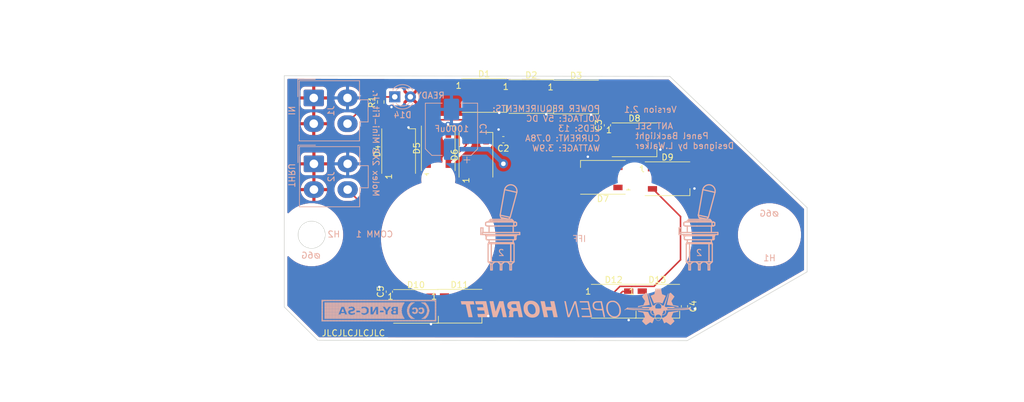
<source format=kicad_pcb>
(kicad_pcb (version 20211014) (generator pcbnew)
  (layers (0 "F.Cu" signal) (31 "B.Cu" signal) (34 "B.Paste" user) (35 "F.Paste" user) (36 "B.SilkS" user "B.Silkscreen") (37 "F.SilkS" user "F.Silkscreen") (38 "B.Mask" user) (39 "F.Mask" user) (44 "Edge.Cuts" user))
  (net 0 "")
  (net 1 "Net-(D1-Pad2)")
  (net 2 "Net-(D2-Pad2)")
  (net 3 "Net-(D3-Pad2)")
  (net 4 "Net-(D4-Pad2)")
  (net 5 "Net-(D5-Pad2)")
  (net 6 "Net-(D6-Pad2)")
  (net 7 "Net-(D7-Pad2)")
  (net 8 "Net-(D8-Pad2)")
  (net 9 "Net-(D10-Pad4)")
  (net 10 "Net-(D10-Pad2)")
  (net 11 "Net-(D11-Pad2)")
  (net 12 "Net-(D12-Pad2)")
  (net 13 "/LEDGND")
  (net 14 "/LED+5V")
  (net 15 "Net-(D14-Pad1)")
  (net 16 "/DATAIN")
  (net 17 "/DATAOUT")
  (footprint "OH_Footprints:LED_WS2812B_PLCC4_5.0x5.0mm_P3.2mm" (layer "F.Cu") (at 110.1732 41.5292)
    (fp_text reference "D1" (at 0 -3.5) (layer "F.SilkS"))
    (fp_text value "WS2812B")
    (fp_text user "1" (at -4.15 -1.6) (layer "F.SilkS"))
    (pad "1" smd rect (at -2.45 -1.65) (size 1.5 0.9) (layers "F.Cu" "F.Paste" "F.Mask") (net 14 "/LED+5V"))
    (pad "2" smd rect (at -2.45 1.65) (size 1.5 0.9) (layers "F.Cu" "F.Paste" "F.Mask") (net 1 "Net-(D1-Pad2)"))
    (pad "3" smd rect (at 2.45 1.65) (size 1.5 0.9) (layers "F.Cu" "F.Paste" "F.Mask") (net 13 "/LEDGND"))
    (pad "4" smd rect (at 2.45 -1.65) (size 1.5 0.9) (layers "F.Cu" "F.Paste" "F.Mask") (net 16 "/DATAIN"))
  )
  (footprint "OH_Footprints:LED_WS2812B_PLCC4_5.0x5.0mm_P3.2mm" (layer "F.Cu") (at 117.8562 41.7068)
    (fp_text reference "D2" (at 0 -3.5) (layer "F.SilkS"))
    (fp_text value "WS2812B")
    (fp_text user "1" (at -4.15 -1.6) (layer "F.SilkS"))
    (pad "1" smd rect (at -2.45 -1.65) (size 1.5 0.9) (layers "F.Cu" "F.Paste" "F.Mask") (net 14 "/LED+5V"))
    (pad "2" smd rect (at -2.45 1.65) (size 1.5 0.9) (layers "F.Cu" "F.Paste" "F.Mask") (net 2 "Net-(D2-Pad2)"))
    (pad "3" smd rect (at 2.45 1.65) (size 1.5 0.9) (layers "F.Cu" "F.Paste" "F.Mask") (net 13 "/LEDGND"))
    (pad "4" smd rect (at 2.45 -1.65) (size 1.5 0.9) (layers "F.Cu" "F.Paste" "F.Mask") (net 1 "Net-(D1-Pad2)"))
  )
  (footprint "OH_Footprints:LED_WS2812B_PLCC4_5.0x5.0mm_P3.2mm" (layer "F.Cu") (at 125.1592 41.7828)
    (fp_text reference "D3" (at 0 -3.5) (layer "F.SilkS"))
    (fp_text value "WS2812B")
    (fp_text user "1" (at -4.15 -1.6) (layer "F.SilkS"))
    (pad "1" smd rect (at -2.45 -1.65) (size 1.5 0.9) (layers "F.Cu" "F.Paste" "F.Mask") (net 14 "/LED+5V"))
    (pad "2" smd rect (at -2.45 1.65) (size 1.5 0.9) (layers "F.Cu" "F.Paste" "F.Mask") (net 3 "Net-(D3-Pad2)"))
    (pad "3" smd rect (at 2.45 1.65) (size 1.5 0.9) (layers "F.Cu" "F.Paste" "F.Mask") (net 13 "/LEDGND"))
    (pad "4" smd rect (at 2.45 -1.65) (size 1.5 0.9) (layers "F.Cu" "F.Paste" "F.Mask") (net 2 "Net-(D2-Pad2)"))
  )
  (footprint "OH_Footprints:LED_WS2812B_PLCC4_5.0x5.0mm_P3.2mm" (layer "F.Cu") (at 96.2408 50.6084 90)
    (fp_text reference "D4" (at 0 -3.5 90) (layer "F.SilkS"))
    (fp_text value "WS2812B")
    (fp_text user "1" (at -4.15 -1.6 90) (layer "F.SilkS"))
    (pad "1" smd rect (at -2.45 -1.65 90) (size 1.5 0.9) (layers "F.Cu" "F.Paste" "F.Mask") (net 14 "/LED+5V"))
    (pad "2" smd rect (at -2.45 1.65 90) (size 1.5 0.9) (layers "F.Cu" "F.Paste" "F.Mask") (net 4 "Net-(D4-Pad2)"))
    (pad "3" smd rect (at 2.45 1.65 90) (size 1.5 0.9) (layers "F.Cu" "F.Paste" "F.Mask") (net 13 "/LEDGND"))
    (pad "4" smd rect (at 2.45 -1.65 90) (size 1.5 0.9) (layers "F.Cu" "F.Paste" "F.Mask") (net 3 "Net-(D3-Pad2)"))
  )
  (footprint "OH_Footprints:LED_WS2812B_PLCC4_5.0x5.0mm_P3.2mm" (layer "F.Cu") (at 102.6922 50.1512 90)
    (fp_text reference "D5" (at 0 -3.5 90) (layer "F.SilkS"))
    (fp_text value "WS2812B")
    (fp_text user "1" (at -4.15 -1.6 90) (layer "F.SilkS"))
    (pad "1" smd rect (at -2.45 -1.65 90) (size 1.5 0.9) (layers "F.Cu" "F.Paste" "F.Mask") (net 14 "/LED+5V"))
    (pad "2" smd rect (at -2.45 1.65 90) (size 1.5 0.9) (layers "F.Cu" "F.Paste" "F.Mask") (net 5 "Net-(D5-Pad2)"))
    (pad "3" smd rect (at 2.45 1.65 90) (size 1.5 0.9) (layers "F.Cu" "F.Paste" "F.Mask") (net 13 "/LEDGND"))
    (pad "4" smd rect (at 2.45 -1.65 90) (size 1.5 0.9) (layers "F.Cu" "F.Paste" "F.Mask") (net 4 "Net-(D4-Pad2)"))
  )
  (footprint "OH_Footprints:LED_WS2812B_PLCC4_5.0x5.0mm_P3.2mm" (layer "F.Cu") (at 108.8392 51.218 90)
    (fp_text reference "D6" (at 0 -3.5 90) (layer "F.SilkS"))
    (fp_text value "WS2812B")
    (fp_text user "1" (at -4.15 -1.6 90) (layer "F.SilkS"))
    (pad "1" smd rect (at -2.45 -1.65 90) (size 1.5 0.9) (layers "F.Cu" "F.Paste" "F.Mask") (net 14 "/LED+5V"))
    (pad "2" smd rect (at -2.45 1.65 90) (size 1.5 0.9) (layers "F.Cu" "F.Paste" "F.Mask") (net 6 "Net-(D6-Pad2)"))
    (pad "3" smd rect (at 2.45 1.65 90) (size 1.5 0.9) (layers "F.Cu" "F.Paste" "F.Mask") (net 13 "/LEDGND"))
    (pad "4" smd rect (at 2.45 -1.65 90) (size 1.5 0.9) (layers "F.Cu" "F.Paste" "F.Mask") (net 5 "Net-(D5-Pad2)"))
  )
  (footprint "OH_Footprints:LED_WS2812B_PLCC4_5.0x5.0mm_P3.2mm" (layer "F.Cu") (at 129.5282 54.8892 180)
    (fp_text reference "D7" (at 0 -3.5 180) (layer "F.SilkS"))
    (fp_text value "WS2812B")
    (fp_text user "1" (at -4.15 -1.6 180) (layer "F.SilkS"))
    (pad "1" smd rect (at -2.45 -1.65 180) (size 1.5 0.9) (layers "F.Cu" "F.Paste" "F.Mask") (net 14 "/LED+5V"))
    (pad "2" smd rect (at -2.45 1.65 180) (size 1.5 0.9) (layers "F.Cu" "F.Paste" "F.Mask") (net 7 "Net-(D7-Pad2)"))
    (pad "3" smd rect (at 2.45 1.65 180) (size 1.5 0.9) (layers "F.Cu" "F.Paste" "F.Mask") (net 13 "/LEDGND"))
    (pad "4" smd rect (at 2.45 -1.65 180) (size 1.5 0.9) (layers "F.Cu" "F.Paste" "F.Mask") (net 6 "Net-(D6-Pad2)"))
  )
  (footprint "OH_Footprints:LED_WS2812B_PLCC4_5.0x5.0mm_P3.2mm" (layer "F.Cu") (at 134.6712 48.768)
    (fp_text reference "D8" (at 0 -3.5) (layer "F.SilkS"))
    (fp_text value "WS2812B")
    (fp_text user "1" (at -4.15 -1.6) (layer "F.SilkS"))
    (pad "1" smd rect (at -2.45 -1.65) (size 1.5 0.9) (layers "F.Cu" "F.Paste" "F.Mask") (net 14 "/LED+5V"))
    (pad "2" smd rect (at -2.45 1.65) (size 1.5 0.9) (layers "F.Cu" "F.Paste" "F.Mask") (net 8 "Net-(D8-Pad2)"))
    (pad "3" smd rect (at 2.45 1.65) (size 1.5 0.9) (layers "F.Cu" "F.Paste" "F.Mask") (net 13 "/LEDGND"))
    (pad "4" smd rect (at 2.45 -1.65) (size 1.5 0.9) (layers "F.Cu" "F.Paste" "F.Mask") (net 7 "Net-(D7-Pad2)"))
  )
  (footprint "OH_Footprints:LED_WS2812B_PLCC4_5.0x5.0mm_P3.2mm" (layer "F.Cu") (at 140.0552 55.118)
    (fp_text reference "D9" (at 0 -3.5) (layer "F.SilkS"))
    (fp_text value "WS2812B")
    (fp_text user "1" (at -4.15 -1.6) (layer "F.SilkS"))
    (pad "1" smd rect (at -2.45 -1.65) (size 1.5 0.9) (layers "F.Cu" "F.Paste" "F.Mask") (net 14 "/LED+5V"))
    (pad "2" smd rect (at -2.45 1.65) (size 1.5 0.9) (layers "F.Cu" "F.Paste" "F.Mask") (net 9 "Net-(D10-Pad4)"))
    (pad "3" smd rect (at 2.45 1.65) (size 1.5 0.9) (layers "F.Cu" "F.Paste" "F.Mask") (net 13 "/LEDGND"))
    (pad "4" smd rect (at 2.45 -1.65) (size 1.5 0.9) (layers "F.Cu" "F.Paste" "F.Mask") (net 8 "Net-(D8-Pad2)"))
  )
  (footprint "OH_Footprints:LED_WS2812B_PLCC4_5.0x5.0mm_P3.2mm" (layer "F.Cu") (at 99.0602 75.946)
    (fp_text reference "D10" (at 0 -3.5) (layer "F.SilkS"))
    (fp_text value "WS2812B")
    (fp_text user "1" (at -4.15 -1.6) (layer "F.SilkS"))
    (pad "1" smd rect (at -2.45 -1.65) (size 1.5 0.9) (layers "F.Cu" "F.Paste" "F.Mask") (net 14 "/LED+5V"))
    (pad "2" smd rect (at -2.45 1.65) (size 1.5 0.9) (layers "F.Cu" "F.Paste" "F.Mask") (net 10 "Net-(D10-Pad2)"))
    (pad "3" smd rect (at 2.45 1.65) (size 1.5 0.9) (layers "F.Cu" "F.Paste" "F.Mask") (net 13 "/LEDGND"))
    (pad "4" smd rect (at 2.45 -1.65) (size 1.5 0.9) (layers "F.Cu" "F.Paste" "F.Mask") (net 9 "Net-(D10-Pad4)"))
  )
  (footprint "OH_Footprints:LED_WS2812B_PLCC4_5.0x5.0mm_P3.2mm" (layer "F.Cu") (at 106.1602 75.9204)
    (fp_text reference "D11" (at 0 -3.5) (layer "F.SilkS"))
    (fp_text value "WS2812B")
    (fp_text user "1" (at -4.15 -1.6) (layer "F.SilkS"))
    (pad "1" smd rect (at -2.45 -1.65) (size 1.5 0.9) (layers "F.Cu" "F.Paste" "F.Mask") (net 14 "/LED+5V"))
    (pad "2" smd rect (at -2.45 1.65) (size 1.5 0.9) (layers "F.Cu" "F.Paste" "F.Mask") (net 11 "Net-(D11-Pad2)"))
    (pad "3" smd rect (at 2.45 1.65) (size 1.5 0.9) (layers "F.Cu" "F.Paste" "F.Mask") (net 13 "/LEDGND"))
    (pad "4" smd rect (at 2.45 -1.65) (size 1.5 0.9) (layers "F.Cu" "F.Paste" "F.Mask") (net 10 "Net-(D10-Pad2)"))
  )
  (footprint "OH_Footprints:LED_WS2812B_PLCC4_5.0x5.0mm_P3.2mm" (layer "F.Cu") (at 131.2792 75.1076)
    (fp_text reference "D12" (at 0 -3.5) (layer "F.SilkS"))
    (fp_text value "WS2812B")
    (fp_text user "1" (at -4.15 -1.6) (layer "F.SilkS"))
    (pad "1" smd rect (at -2.45 -1.65) (size 1.5 0.9) (layers "F.Cu" "F.Paste" "F.Mask") (net 14 "/LED+5V"))
    (pad "2" smd rect (at -2.45 1.65) (size 1.5 0.9) (layers "F.Cu" "F.Paste" "F.Mask") (net 12 "Net-(D12-Pad2)"))
    (pad "3" smd rect (at 2.45 1.65) (size 1.5 0.9) (layers "F.Cu" "F.Paste" "F.Mask") (net 13 "/LEDGND"))
    (pad "4" smd rect (at 2.45 -1.65) (size 1.5 0.9) (layers "F.Cu" "F.Paste" "F.Mask") (net 11 "Net-(D11-Pad2)"))
  )
  (footprint "OH_Footprints:LED_WS2812B_PLCC4_5.0x5.0mm_P3.2mm" (layer "F.Cu") (at 138.3912 75.1076)
    (fp_text reference "D13" (at 0 -3.5) (layer "F.SilkS"))
    (fp_text value "WS2812B")
    (fp_text user "1" (at -4.15 -1.6) (layer "F.SilkS"))
    (pad "1" smd rect (at -2.45 -1.65) (size 1.5 0.9) (layers "F.Cu" "F.Paste" "F.Mask") (net 14 "/LED+5V"))
    (pad "2" smd rect (at -2.45 1.65) (size 1.5 0.9) (layers "F.Cu" "F.Paste" "F.Mask") (net 17 "/DATAOUT"))
    (pad "3" smd rect (at 2.45 1.65) (size 1.5 0.9) (layers "F.Cu" "F.Paste" "F.Mask") (net 13 "/LEDGND"))
    (pad "4" smd rect (at 2.45 -1.65) (size 1.5 0.9) (layers "F.Cu" "F.Paste" "F.Mask") (net 12 "Net-(D12-Pad2)"))
  )
  (footprint "OH_Footprints:R_0603_1608Metric" (layer "F.Cu") (at 93.32722 42.5953 90)
    (fp_text reference "R1" (at 0 -1.43 90) (layer "F.SilkS"))
    (fp_text value "R")
    (pad "1" smd roundrect (at -0.825 0 90) (size 0.8 0.95) (layers "F.Cu" "F.Paste" "F.Mask") (net 13 "/LEDGND"))
    (pad "2" smd roundrect (at 0.825 0 90) (size 0.8 0.95) (layers "F.Cu" "F.Paste" "F.Mask") (net 15 "Net-(D14-Pad1)"))
  )
  (footprint "Kicad Footprint Files:100SpxToggle" (layer "F.Cu") (at 113.45 64.4)
    (fp_text reference "G1" hide)
    (fp_text value "LOGO" hide)
  )
  (footprint "Kicad Footprint Files:100SpxToggle" (layer "F.Cu") (at 145.75 64.4)
    (fp_text reference "G2" hide)
    (fp_text value "LOGO" hide)
  )
  (footprint "OH_Footprints:C_0603_1608Metric" (layer "F.Cu") (at 113.29924 48.74514 180)
    (fp_text reference "C2" (at 0 -1.43 180) (layer "F.SilkS"))
    (fp_text value "C")
    (pad "1" smd roundrect (at -0.775 0 180) (size 0.9 0.95) (layers "F.Cu" "F.Paste" "F.Mask") (net 14 "/LED+5V"))
    (pad "2" smd roundrect (at 0.775 0 180) (size 0.9 0.95) (layers "F.Cu" "F.Paste" "F.Mask") (net 13 "/LEDGND"))
  )
  (footprint "OH_Footprints:C_0603_1608Metric" (layer "F.Cu") (at 130.2639 46.39788 90)
    (fp_text reference "C3" (at 0 -1.43 90) (layer "F.SilkS"))
    (fp_text value "C")
    (pad "1" smd roundrect (at -0.775 0 90) (size 0.9 0.95) (layers "F.Cu" "F.Paste" "F.Mask") (net 14 "/LED+5V"))
    (pad "2" smd roundrect (at 0.775 0 90) (size 0.9 0.95) (layers "F.Cu" "F.Paste" "F.Mask") (net 13 "/LEDGND"))
  )
  (footprint "OH_Footprints:C_0603_1608Metric" (layer "F.Cu") (at 142.81658 75.92792 -90)
    (fp_text reference "C4" (at 0 -1.43 -90) (layer "F.SilkS"))
    (fp_text value "C")
    (pad "1" smd roundrect (at -0.775 0 270) (size 0.9 0.95) (layers "F.Cu" "F.Paste" "F.Mask") (net 14 "/LED+5V"))
    (pad "2" smd roundrect (at 0.775 0 270) (size 0.9 0.95) (layers "F.Cu" "F.Paste" "F.Mask") (net 13 "/LEDGND"))
  )
  (footprint "OH_Footprints:C_0603_1608Metric" (layer "F.Cu") (at 94.72422 73.54794 90)
    (fp_text reference "C5" (at 0 -1.43 90) (layer "F.SilkS"))
    (fp_text value "C")
    (pad "1" smd roundrect (at -0.775 0 90) (size 0.9 0.95) (layers "F.Cu" "F.Paste" "F.Mask") (net 14 "/LED+5V"))
    (pad "2" smd roundrect (at 0.775 0 90) (size 0.9 0.95) (layers "F.Cu" "F.Paste" "F.Mask") (net 13 "/LEDGND"))
  )
  (footprint "OH_Backlighting:100SPX_Toggle_13mm_x_18mm" (layer "F.Cu") (at 134.70207 64.763673 180)
    (fp_text reference "3" hide)
    (fp_text value "100SPX_Toggle_13mm_x_18mm" hide)
    (pad "" np_thru_hole circle locked (at 0 9.525 180) (size 3.572 3.572) (drill 3.572) (layers *.Cu *.Mask) (clearance 1))
    (pad "" np_thru_hole circle locked (at 0 0 180) (size 12.7 12.7) (drill 12.7) (layers *.Mask "F.Cu") (clearance 1))
    (pad "" np_thru_hole circle locked (at 0 0 180) (size 12.7 12.7) (drill 12.7) (layers *.Mask "B.Cu") (clearance 3))
  )
  (footprint "OH_Backlighting:100SPX_Toggle_13mm_x_18mm" (layer "F.Cu") (at 102.69807 64.763673 180)
    (fp_text reference "4" hide)
    (fp_text value "100SPX_Toggle_13mm_x_18mm" hide)
    (pad "" np_thru_hole circle locked (at 0 9.525 180) (size 3.572 3.572) (drill 3.572) (layers *.Cu *.Mask) (clearance 1))
    (pad "" np_thru_hole circle locked (at 0 0 180) (size 12.7 12.7) (drill 12.7) (layers *.Mask "B.Cu") (clearance 3))
    (pad "" np_thru_hole circle locked (at 0 0 180) (size 12.7 12.7) (drill 12.7) (layers *.Mask "F.Cu") (clearance 1))
  )
  (footprint "OH_Backlighting:OH_Panel_6-32_PHS" (layer "F.Cu") (at 156.67307 64.255673)
    (fp_text reference "2" hide)
    (fp_text value "OH_Panel_Fastner_Keepout" hide)
    (fp_text user "H1" (at 0 3.81) (layer "B.SilkS") (effects (justify mirror)))
    (fp_text user "⌀6G" (at 0.00429 -3.473473) (layer "B.SilkS") (effects (justify mirror)))
    (pad "" np_thru_hole circle locked (at 0 0) (size 4.3 4.3) (drill 4.3) (layers *.Cu *.Mask) (clearance 3))
  )
  (footprint "OH_Backlighting:OH_Panel_6-32_PHS" (layer "F.Cu") (at 82.06057 64.255673)
    (fp_text reference "1" hide)
    (fp_text value "OH_Panel_Fastner_Keepout" hide)
    (fp_text user "⌀6G" (at -0.07699 3.371827) (layer "B.SilkS") (effects (justify mirror)))
    (fp_text user "H2" (at 3.61363 -0.074953) (layer "B.SilkS") (effects (justify mirror)))
    (pad "" np_thru_hole circle locked (at 0 0) (size 4.3 4.3) (drill 4.3) (layers *.Cu *.Mask) (clearance 3))
  )
  (footprint "OH_Footprints:CP_Elec_8x10" (layer "B.Cu") (at 104.85 47.05 90)
    (fp_text reference "C1" (at 0 5.2 270) (layer "B.SilkS") (effects (justify mirror)))
    (fp_text value "C_Polarized")
    (pad "1" smd roundrect (at -3.25 0 90) (size 3.5 2.5) (layers "B.Cu" "B.Paste" "B.Mask") (roundrect_rratio 0.1) (net 14 "/LED+5V"))
    (pad "2" smd roundrect (at 3.25 0 90) (size 3.5 2.5) (layers "B.Cu" "B.Paste" "B.Mask") (roundrect_rratio 0.1) (net 13 "/LEDGND"))
  )
  (footprint "OH_Footprints:Molex_Mini-Fit_Jr_5566-04A_2x02_P4.20mm_Vertical" (layer "B.Cu") (at 82.40522 41.93794 -90)
    (fp_text reference "J1" (at 2.1 -2.820624 90) (layer "B.SilkS") (effects (justify mirror)))
    (fp_text value "Conn_01x04_Female")
    (pad "1" thru_hole roundrect (at 0 0 270) (size 2.7 3.3) (drill 1.4) (layers *.Cu *.Mask) (roundrect_rratio 0.09259296296) (net 14 "/LED+5V"))
    (pad "2" thru_hole oval (at 4.2 0 270) (size 2.7 3.3) (drill 1.4) (layers *.Cu *.Mask) (net 14 "/LED+5V"))
    (pad "3" thru_hole oval (at 0 -5.5 270) (size 2.7 3.3) (drill 1.4) (layers *.Cu *.Mask) (net 13 "/LEDGND"))
    (pad "4" thru_hole oval (at 4.2 -5.5 270) (size 2.7 3.3) (drill 1.4) (layers *.Cu *.Mask) (net 16 "/DATAIN"))
  )
  (footprint "OH_Footprints:Molex_Mini-Fit_Jr_5566-04A_2x02_P4.20mm_Vertical" (layer "B.Cu") (at 82.43062 52.68976 -90)
    (fp_text reference "J2" (at 2.1 -2.820624 90) (layer "B.SilkS") (effects (justify mirror)))
    (fp_text value "Conn_01x04_Female")
    (pad "1" thru_hole roundrect (at 0 0 270) (size 2.7 3.3) (drill 1.4) (layers *.Cu *.Mask) (roundrect_rratio 0.09259296296) (net 14 "/LED+5V"))
    (pad "2" thru_hole oval (at 4.2 0 270) (size 2.7 3.3) (drill 1.4) (layers *.Cu *.Mask) (net 14 "/LED+5V"))
    (pad "3" thru_hole oval (at 0 -5.5 270) (size 2.7 3.3) (drill 1.4) (layers *.Cu *.Mask) (net 13 "/LEDGND"))
    (pad "4" thru_hole oval (at 4.2 -5.5 270) (size 2.7 3.3) (drill 1.4) (layers *.Cu *.Mask) (net 17 "/DATAOUT"))
  )
  (footprint "OH_Footprints:LED_D3.0mm" (layer "B.Cu") (at 95.61 41.75)
    (fp_text reference "D14" (at 1.27 2.96 180) (layer "B.SilkS") (effects (justify mirror)))
    (fp_text value "LED")
    (pad "1" thru_hole rect (at 0 0) (size 1.8 1.8) (drill 0.9) (layers *.Cu *.Mask) (net 15 "Net-(D14-Pad1)"))
    (pad "2" thru_hole circle (at 2.54 0) (size 1.8 1.8) (drill 0.9) (layers *.Cu *.Mask) (net 14 "/LED+5V"))
  )
  (footprint "OH KiCAD_Libraries:OH_LOGO_37.7mm_5.9mm" (layer "B.Cu") (at 125.21438 76.02728 180)
    (fp_text reference "G3" hide)
    (fp_text value "LOGO" hide)
  )
  (footprint "OH_General:CC-NC-SA_18mm_x_3.5mm" (layer "B.Cu") (at 102.362 74.88682 180)
    (fp_text reference "CC-NC-SA_18mm_x_3.5mm" hide)
    (fp_text value "" (at 0 0) (layer "B.SilkS") (effects (font (size 1.27 1.27)) (justify mirror)))
  )
  (gr_line (start 77.6 38.3) (end 140.45 38.425) (layer "Edge.Cuts") (width 0.1))
  (gr_circle (center 82.06057 64.255673) (end 84.21322 64.255673) (layer "Edge.Cuts") (width 0.2) (fill none))
  (gr_line (start 143.256 81.534) (end 83.058 81.4832) (layer "Edge.Cuts") (width 0.1))
  (gr_line (start 162.814 59.8424) (end 162.814 70.3072) (layer "Edge.Cuts") (width 0.1))
  (gr_line (start 77.6 76.05) (end 77.6 38.3) (layer "Edge.Cuts") (width 0.1))
  (gr_line (start 83.058 81.4832) (end 77.6 76.05) (layer "Edge.Cuts") (width 0.1))
  (gr_line (start 162.814 70.3072) (end 143.256 81.534) (layer "Edge.Cuts") (width 0.1))
  (gr_line (start 140.45 38.425) (end 162.814 59.8424) (layer "Edge.Cuts") (width 0.1))
  (gr_text "IFF" (at 125.6792 64.9224) (layer "B.SilkS") (effects (font (size 1 1)) (justify mirror)))
  (gr_text "1000uF" (at 104.9 46.975) (layer "B.SilkS") (effects (font (size 1 1)) (justify mirror)))
  (gr_text "THRU" (at 78.77556 54.54396 270) (layer "B.SilkS") (effects (font (size 1 1)) (justify mirror)))
  (gr_text "READY" (at 101.425 41.525) (layer "B.SilkS") (effects (font (size 1 1)) (justify mirror)))
  (gr_text "POWER REQUIREMENTS:\nVOLTAGE: 5V DC\nLEDS: 13\nCURRENT: 0.78A\nWATTAGE: 3.9W" (at 129.159 46.9138) (layer "B.SilkS") (effects (font (size 1 1)) (justify left mirror)))
  (gr_text "Version 2.1" (at 137.25398 43.8277) (layer "B.SilkS") (effects (font (size 1 1)) (justify mirror)))
  (gr_text "2" (at 112.95 67.2) (layer "B.SilkS") (effects (font (size 1 1)) (justify mirror)))
  (gr_text "2" (at 145.2 67.2) (layer "B.SilkS") (effects (font (size 1 1)) (justify mirror)))
  (gr_text "COMM 1" (at 92.2909 64.1731) (layer "B.SilkS") (effects (font (size 1 1)) (justify mirror)))
  (gr_text "ANT SEL\nPanel Backlight\nDesigned by L.Walker" (at 134.747 48.133) (layer "B.SilkS") (effects (font (size 1 1)) (justify right mirror)))
  (gr_text "IN" (at 78.77556 44.00296 270) (layer "B.SilkS") (effects (font (size 1 1)) (justify mirror)))
  (gr_text "Molex 2X2 Mini-Fit Jr." (at 92.5195 49.3268 270) (layer "B.SilkS") (effects (font (size 1 1)) (justify mirror)))
  (gr_text "JLCJLCJLCJLC" (at 88.875 80.3) (layer "F.SilkS") (effects (font (size 1 1))))
  (segment (start 120.3062 40.1068) (end 117.96502 40.1068) (width 0.25) (layer "F.Cu") (net 1))
  (segment (start 117.96502 40.1068) (end 115.767621 42.304199) (width 0.25) (layer "F.Cu") (net 1))
  (segment (start 108.548201 42.304199) (end 107.7232 43.1292) (width 0.25) (layer "F.Cu") (net 1))
  (segment (start 115.767621 42.304199) (end 108.548201 42.304199) (width 0.25) (layer "F.Cu") (net 1))
  (segment (start 115.4062 43.3068) (end 116.231201 42.481799) (width 0.25) (layer "F.Cu") (net 2))
  (segment (start 126.784199 39.357799) (end 127.6092 40.1828) (width 0.25) (layer "F.Cu") (net 2))
  (segment (start 119.766203 42.481799) (end 121.634199 40.613803) (width 0.25) (layer "F.Cu") (net 2))
  (segment (start 121.634199 39.422799) (end 121.699199 39.357799) (width 0.25) (layer "F.Cu") (net 2))
  (segment (start 116.231201 42.481799) (end 119.766203 42.481799) (width 0.25) (layer "F.Cu") (net 2))
  (segment (start 121.699199 39.357799) (end 126.784199 39.357799) (width 0.25) (layer "F.Cu") (net 2))
  (segment (start 121.634199 40.613803) (end 121.634199 39.422799) (width 0.25) (layer "F.Cu") (net 2))
  (segment (start 120.594081 45.497919) (end 122.7092 43.3828) (width 0.25) (layer "F.Cu") (net 3))
  (segment (start 97.301281 45.497919) (end 120.594081 45.497919) (width 0.25) (layer "F.Cu") (net 3))
  (segment (start 94.6408 48.1584) (end 97.301281 45.497919) (width 0.25) (layer "F.Cu") (net 3))
  (segment (start 101.0922 49.807) (end 97.8408 53.0584) (width 0.25) (layer "F.Cu") (net 4))
  (segment (start 101.0922 47.7012) (end 101.0922 49.807) (width 0.25) (layer "F.Cu") (net 4))
  (segment (start 107.2392 49.6542) (end 104.2922 52.6012) (width 0.25) (layer "F.Cu") (net 5))
  (segment (start 107.2392 48.768) (end 107.2392 49.6542) (width 0.25) (layer "F.Cu") (net 5))
  (segment (start 113.2604 56.4892) (end 127.0782 56.4892) (width 0.25) (layer "F.Cu") (net 6))
  (segment (start 110.4392 53.668) (end 113.2604 56.4892) (width 0.25) (layer "F.Cu") (net 6))
  (segment (start 135.496201 49.542999) (end 131.211199 49.542999) (width 0.25) (layer "F.Cu") (net 7))
  (segment (start 131.146199 49.607999) (end 131.146199 52.457199) (width 0.25) (layer "F.Cu") (net 7))
  (segment (start 137.1212 47.918) (end 135.496201 49.542999) (width 0.25) (layer "F.Cu") (net 7))
  (segment (start 131.211199 49.542999) (end 131.146199 49.607999) (width 0.25) (layer "F.Cu") (net 7))
  (segment (start 131.146199 52.457199) (end 131.9782 53.2892) (width 0.25) (layer "F.Cu") (net 7))
  (segment (start 137.1212 47.168) (end 137.1212 47.918) (width 0.25) (layer "F.Cu") (net 7))
  (segment (start 141.680199 52.692999) (end 142.5052 53.518) (width 0.25) (layer "F.Cu") (net 8))
  (segment (start 135.286198 50.368) (end 137.611197 52.692999) (width 0.25) (layer "F.Cu") (net 8))
  (segment (start 132.2212 50.368) (end 135.286198 50.368) (width 0.25) (layer "F.Cu") (net 8))
  (segment (start 137.611197 52.692999) (end 141.680199 52.692999) (width 0.25) (layer "F.Cu") (net 8))
  (segment (start 130.175 74.8157) (end 132.308101 72.682599) (width 0.25) (layer "F.Cu") (net 9))
  (segment (start 107.600199 73.495399) (end 109.620201 73.495399) (width 0.25) (layer "F.Cu") (net 9))
  (segment (start 102.309601 75.145401) (end 105.950197 75.145401) (width 0.25) (layer "F.Cu") (net 9))
  (segment (start 105.950197 75.145401) (end 107.600199 73.495399) (width 0.25) (layer "F.Cu") (net 9))
  (segment (start 142.177071 68.351674) (end 142.177071 61.289871) (width 0.25) (layer "F.Cu") (net 9))
  (segment (start 142.177071 61.289871) (end 137.6052 56.718) (width 0.25) (layer "F.Cu") (net 9))
  (segment (start 110.940502 74.8157) (end 130.175 74.8157) (width 0.25) (layer "F.Cu") (net 9))
  (segment (start 101.5102 74.346) (end 102.309601 75.145401) (width 0.25) (layer "F.Cu") (net 9))
  (segment (start 132.308101 72.682599) (end 137.846146 72.682599) (width 0.25) (layer "F.Cu") (net 9))
  (segment (start 109.620201 73.495399) (end 110.940502 74.8157) (width 0.25) (layer "F.Cu") (net 9))
  (segment (start 137.846146 72.682599) (end 142.177071 68.351674) (width 0.25) (layer "F.Cu") (net 9))
  (segment (start 96.6102 77.546) (end 97.47614 76.68006) (width 0.25) (layer "F.Cu") (net 10))
  (segment (start 97.47614 76.68006) (end 106.25054 76.68006) (width 0.25) (layer "F.Cu") (net 10))
  (segment (start 106.25054 76.68006) (end 108.6102 74.3204) (width 0.25) (layer "F.Cu") (net 10))
  (segment (start 130.804211 75.432589) (end 114.127611 75.432589) (width 0.25) (layer "F.Cu") (net 11))
  (segment (start 114.127611 75.432589) (end 111.214799 78.345401) (width 0.25) (layer "F.Cu") (net 11))
  (segment (start 133.7292 73.5076) (end 132.7292 73.5076) (width 0.25) (layer "F.Cu") (net 11))
  (segment (start 111.214799 78.345401) (end 104.535201 78.345401) (width 0.25) (layer "F.Cu") (net 11))
  (segment (start 132.7292 73.5076) (end 130.804211 75.432589) (width 0.25) (layer "F.Cu") (net 11))
  (segment (start 104.535201 78.345401) (end 103.7102 77.5204) (width 0.25) (layer "F.Cu") (net 11))
  (segment (start 140.8412 74.2576) (end 136.192599 78.906201) (width 0.25) (layer "F.Cu") (net 12))
  (segment (start 131.027801 78.906201) (end 128.8292 76.7076) (width 0.25) (layer "F.Cu") (net 12))
  (segment (start 140.8412 73.5076) (end 140.8412 74.2576) (width 0.25) (layer "F.Cu") (net 12))
  (segment (start 136.192599 78.906201) (end 131.027801 78.906201) (width 0.25) (layer "F.Cu") (net 12))
  (segment (start 112.52424 47.08682) (end 112.52424 47.08682) (width 0.6) (layer "F.Cu") (net 13))
  (segment (start 112.6236 44.3611) (end 112.6232 44.3607) (width 0.6) (layer "F.Cu") (net 13))
  (segment (start 120.29186 44.6024) (end 120.3062 44.58806) (width 0.6) (layer "F.Cu") (net 13))
  (segment (start 127.58928 44.66336) (end 127.6092 44.64344) (width 0.6) (layer "F.Cu") (net 13))
  (segment (start 138.89736 50.36058) (end 138.88994 50.368) (width 0.6) (layer "F.Cu") (net 13))
  (segment (start 144.44726 56.71566) (end 144.44492 56.718) (width 0.6) (layer "F.Cu") (net 13))
  (segment (start 133.72846 78.1812) (end 133.7292 78.18046) (width 0.6) (layer "F.Cu") (net 13))
  (segment (start 110.83798 77.51826) (end 110.83584 77.5204) (width 0.6) (layer "F.Cu") (net 13))
  (segment (start 101.5102 78.8425) (end 101.5102 78.8425) (width 0.6) (layer "F.Cu") (net 13))
  (segment (start 93.0783 72.771) (end 93.08024 72.77294) (width 0.6) (layer "F.Cu") (net 13))
  (segment (start 97.8408 46.74362) (end 97.8408 46.74362) (width 0.6) (layer "F.Cu") (net 13))
  (segment (start 104.29494 46.22292) (end 104.2922 46.22566) (width 0.6) (layer "F.Cu") (net 13))
  (segment (start 127.07366 51.53152) (end 127.0782 51.53606) (width 0.6) (layer "F.Cu") (net 13))
  (segment (start 95.07474 43.42638) (end 95.06866 43.4203) (width 0.6) (layer "F.Cu") (net 13))
  (segment (start 133.7292 76.7076) (end 133.72846 78.1812) (width 0.6) (layer "F.Cu") (net 13))
  (segment (start 128.5488 45.62288) (end 127.58928 44.66336) (width 0.6) (layer "F.Cu") (net 13))
  (segment (start 120.3062 43.3068) (end 120.29186 44.6024) (width 0.6) (layer "F.Cu") (net 13))
  (segment (start 93.32722 43.4203) (end 95.07474 43.42638) (width 0.6) (layer "F.Cu") (net 13))
  (segment (start 104.2922 47.7012) (end 104.29494 46.22292) (width 0.6) (layer "F.Cu") (net 13))
  (segment (start 94.72422 72.77294) (end 93.0783 72.771) (width 0.6) (layer "F.Cu") (net 13))
  (segment (start 101.5102 77.546) (end 101.5102 78.8425) (width 0.6) (layer "F.Cu") (net 13))
  (segment (start 142.81658 76.70292) (end 144.50568 76.34478) (width 0.6) (layer "F.Cu") (net 13))
  (segment (start 127.6092 43.3828) (end 127.58928 44.66336) (width 0.6) (layer "F.Cu") (net 13))
  (segment (start 108.6102 77.5204) (end 110.83798 77.51826) (width 0.6) (layer "F.Cu") (net 13))
  (segment (start 112.52424 48.74514) (end 112.52424 47.08682) (width 0.6) (layer "F.Cu") (net 13))
  (segment (start 127.0782 53.2892) (end 127.07366 51.53152) (width 0.6) (layer "F.Cu") (net 13))
  (segment (start 142.5052 56.718) (end 144.44726 56.71566) (width 0.6) (layer "F.Cu") (net 13))
  (segment (start 112.6232 43.1292) (end 112.6236 44.3611) (width 0.6) (layer "F.Cu") (net 13))
  (segment (start 137.1212 50.368) (end 138.89736 50.36058) (width 0.6) (layer "F.Cu") (net 13))
  (segment (start 130.2639 45.62288) (end 128.5488 45.62288) (width 0.6) (layer "F.Cu") (net 13))
  (segment (start 140.8412 76.7076) (end 142.8119 76.7076) (width 0.6) (layer "F.Cu") (net 13))
  (segment (start 112.50138 48.768) (end 112.52424 48.74514) (width 0.6) (layer "F.Cu") (net 13))
  (segment (start 110.4392 48.768) (end 112.50138 48.768) (width 0.6) (layer "F.Cu") (net 13))
  (segment (start 97.8408 48.1584) (end 97.8408 46.74362) (width 0.6) (layer "F.Cu") (net 13))
  (segment (start 142.8119 76.7076) (end 142.81658 76.70292) (width 0.6) (layer "F.Cu") (net 13))
  (via (at 95.07474 43.42638) (size 0.8) (drill 0.4) (layers "F.Cu" "B.Cu") (net 13))
  (via (at 138.89736 50.36058) (size 0.8) (drill 0.4) (layers "F.Cu" "B.Cu") (net 13))
  (via (at 104.29494 46.22292) (size 0.8) (drill 0.4) (layers "F.Cu" "B.Cu") (net 13))
  (via (at 127.58928 44.66336) (size 0.8) (drill 0.4) (layers "F.Cu" "B.Cu") (net 13))
  (via (at 127.07366 51.53152) (size 0.8) (drill 0.4) (layers "F.Cu" "B.Cu") (net 13))
  (via (at 144.44726 56.71566) (size 0.8) (drill 0.4) (layers "F.Cu" "B.Cu") (net 13))
  (via (at 133.72846 78.1812) (size 0.8) (drill 0.4) (layers "F.Cu" "B.Cu") (net 13))
  (via (at 97.8408 46.74362) (size 0.8) (drill 0.4) (layers "F.Cu" "B.Cu") (net 13))
  (via (at 93.0783 72.771) (size 0.8) (drill 0.4) (layers "F.Cu" "B.Cu") (net 13))
  (via (at 120.29186 44.6024) (size 0.8) (drill 0.4) (layers "F.Cu" "B.Cu") (net 13))
  (via (at 112.6236 44.3611) (size 0.8) (drill 0.4) (layers "F.Cu" "B.Cu") (net 13))
  (via (at 112.52424 47.08682) (size 0.8) (drill 0.4) (layers "F.Cu" "B.Cu") (net 13))
  (via (at 144.50568 76.34478) (size 0.8) (drill 0.4) (layers "F.Cu" "B.Cu") (net 13))
  (via (at 101.5102 78.8425) (size 0.8) (drill 0.4) (layers "F.Cu" "B.Cu") (net 13))
  (via (at 110.83798 77.51826) (size 0.8) (drill 0.4) (layers "F.Cu" "B.Cu") (net 13))
  (via (at 113.3094 52.67706) (size 1.5) (drill 0.75) (layers "F.Cu" "B.Cu") (net 14))
  (segment (start 113.3094 52.67706) (end 113.3094 52.67706) (width 0.75) (layer "B.Cu") (net 14))
  (segment (start 104.85 50.3) (end 104.85 50.91056) (width 0.75) (layer "B.Cu") (net 14))
  (segment (start 110.93234 50.3) (end 113.3094 52.67706) (width 0.75) (layer "B.Cu") (net 14))
  (segment (start 104.85 50.3) (end 110.93234 50.3) (width 0.75) (layer "B.Cu") (net 14))
  (segment (start 93.32722 41.7703) (end 95.5897 41.7703) (width 0.25) (layer "F.Cu") (net 15))
  (segment (start 95.5897 41.7703) (end 95.61 41.75) (width 0.25) (layer "F.Cu") (net 15))
  (segment (start 110.798199 39.104199) (end 94.775843 39.104199) (width 0.25) (layer "F.Cu") (net 16))
  (segment (start 87.95094 45.929102) (end 87.95094 47.0625) (width 0.25) (layer "F.Cu") (net 16))
  (segment (start 94.775843 39.104199) (end 87.90522 45.974822) (width 0.25) (layer "F.Cu") (net 16))
  (segment (start 111.6232 39.9292) (end 110.798199 39.104199) (width 0.25) (layer "F.Cu") (net 16))
  (segment (start 112.6232 39.9292) (end 111.6232 39.9292) (width 0.25) (layer "F.Cu") (net 16))
  (segment (start 87.90522 45.974822) (end 87.90522 46.13794) (width 0.25) (layer "F.Cu") (net 16))
  (segment (start 127.819199 75.882599) (end 123.602898 80.0989) (width 0.25) (layer "F.Cu") (net 17))
  (segment (start 123.602898 80.0989) (end 91.11742 80.0989) (width 0.25) (layer "F.Cu") (net 17))
  (segment (start 134.739201 75.882599) (end 127.819199 75.882599) (width 0.25) (layer "F.Cu") (net 17))
  (segment (start 91.11742 80.0989) (end 91.11742 60.07656) (width 0.25) (layer "F.Cu") (net 17))
  (segment (start 135.9412 76.7076) (end 135.9412 77.084598) (width 0.25) (layer "F.Cu") (net 17))
  (segment (start 135.9412 77.084598) (end 134.739201 75.882599) (width 0.25) (layer "F.Cu") (net 17))
  (segment (start 91.11742 60.07656) (end 87.93062 56.88976) (width 0.25) (layer "F.Cu") (net 17))
  (zone (net 14) (net_name "/LED+5V") (layer "F.Cu") (connect_pads (clearance 0.508)) (min_thickness 0.254) (fill yes (thermal_gap 0.508) (thermal_bridge_width 0.508))
    (polygon (pts (xy 164.211 38.29558) (xy 164.60724 83.77682) (xy 75.62088 82.52714) (xy 76.69784 38.0111)))
  )
  (zone (net 13) (net_name "/LEDGND") (layer "B.Cu") (connect_pads (clearance 0.508)) (min_thickness 0.254) (fill yes (thermal_gap 0.508) (thermal_bridge_width 0.508))
    (polygon (pts (xy 163.8427 37.66566) (xy 164.3888 82.70494) (xy 75.74026 82.296) (xy 75.36688 36.71316)))
  )
)
</source>
